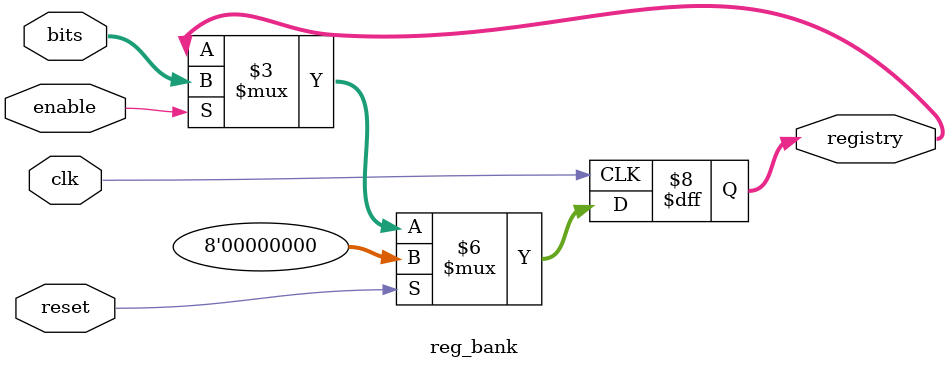
<source format=sv>
`timescale 1ns / 1ps

module reg_bank #(
    parameter n = 8
    )
    (
        input logic clk,enable,reset,
        input logic [n-1:0] bits,
        output logic [n-1:0] registry = 0
    );
    
    always_ff @(posedge clk) begin
        if (reset)
            registry <= 0;
        else if (enable)
            registry <= bits;
        end    
endmodule

</source>
